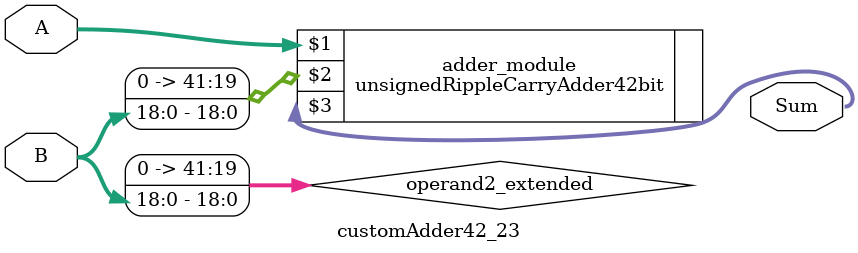
<source format=v>
module customAdder42_23(
                        input [41 : 0] A,
                        input [18 : 0] B,
                        
                        output [42 : 0] Sum
                );

        wire [41 : 0] operand2_extended;
        
        assign operand2_extended =  {23'b0, B};
        
        unsignedRippleCarryAdder42bit adder_module(
            A,
            operand2_extended,
            Sum
        );
        
        endmodule
        
</source>
